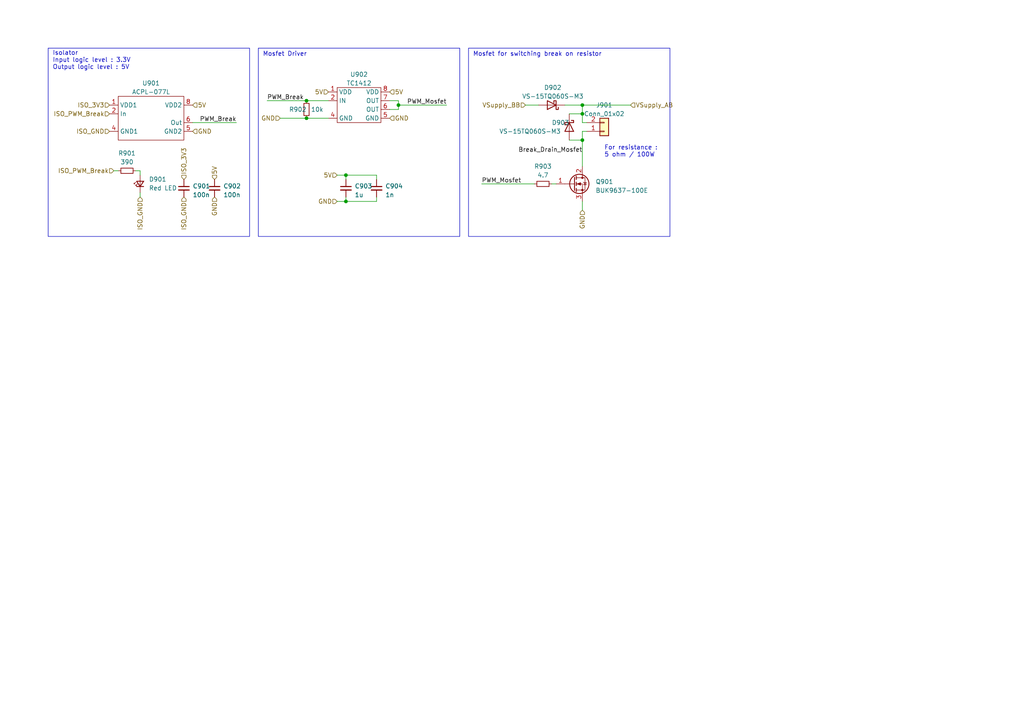
<source format=kicad_sch>
(kicad_sch
	(version 20231120)
	(generator "eeschema")
	(generator_version "8.0")
	(uuid "4bec0ab1-24a8-40f7-a7d0-06d790f19a46")
	(paper "A4")
	(title_block
		(title "AAP Inverter")
		(date "2023-05-01")
		(company "ENSEA")
	)
	(lib_symbols
		(symbol "Connector_Generic:Conn_01x02"
			(pin_names
				(offset 1.016) hide)
			(exclude_from_sim no)
			(in_bom yes)
			(on_board yes)
			(property "Reference" "J"
				(at 0 2.54 0)
				(effects
					(font
						(size 1.27 1.27)
					)
				)
			)
			(property "Value" "Conn_01x02"
				(at 0 -5.08 0)
				(effects
					(font
						(size 1.27 1.27)
					)
				)
			)
			(property "Footprint" ""
				(at 0 0 0)
				(effects
					(font
						(size 1.27 1.27)
					)
					(hide yes)
				)
			)
			(property "Datasheet" "~"
				(at 0 0 0)
				(effects
					(font
						(size 1.27 1.27)
					)
					(hide yes)
				)
			)
			(property "Description" "Generic connector, single row, 01x02, script generated (kicad-library-utils/schlib/autogen/connector/)"
				(at 0 0 0)
				(effects
					(font
						(size 1.27 1.27)
					)
					(hide yes)
				)
			)
			(property "ki_keywords" "connector"
				(at 0 0 0)
				(effects
					(font
						(size 1.27 1.27)
					)
					(hide yes)
				)
			)
			(property "ki_fp_filters" "Connector*:*_1x??_*"
				(at 0 0 0)
				(effects
					(font
						(size 1.27 1.27)
					)
					(hide yes)
				)
			)
			(symbol "Conn_01x02_1_1"
				(rectangle
					(start -1.27 -2.413)
					(end 0 -2.667)
					(stroke
						(width 0.1524)
						(type default)
					)
					(fill
						(type none)
					)
				)
				(rectangle
					(start -1.27 0.127)
					(end 0 -0.127)
					(stroke
						(width 0.1524)
						(type default)
					)
					(fill
						(type none)
					)
				)
				(rectangle
					(start -1.27 1.27)
					(end 1.27 -3.81)
					(stroke
						(width 0.254)
						(type default)
					)
					(fill
						(type background)
					)
				)
				(pin passive line
					(at -5.08 0 0)
					(length 3.81)
					(name "Pin_1"
						(effects
							(font
								(size 1.27 1.27)
							)
						)
					)
					(number "1"
						(effects
							(font
								(size 1.27 1.27)
							)
						)
					)
				)
				(pin passive line
					(at -5.08 -2.54 0)
					(length 3.81)
					(name "Pin_2"
						(effects
							(font
								(size 1.27 1.27)
							)
						)
					)
					(number "2"
						(effects
							(font
								(size 1.27 1.27)
							)
						)
					)
				)
			)
		)
		(symbol "Custom:ACPL-077L"
			(exclude_from_sim no)
			(in_bom yes)
			(on_board yes)
			(property "Reference" "U"
				(at 6.35 -7.62 0)
				(effects
					(font
						(size 1.27 1.27)
					)
				)
			)
			(property "Value" "ACPL-077L"
				(at 0 7.62 0)
				(effects
					(font
						(size 1.27 1.27)
					)
				)
			)
			(property "Footprint" "Package_SO:SO-8_3.9x4.9mm_P1.27mm"
				(at -2.54 -15.24 0)
				(effects
					(font
						(size 1.27 1.27)
					)
					(hide yes)
				)
			)
			(property "Datasheet" ""
				(at -6.35 3.81 0)
				(effects
					(font
						(size 1.27 1.27)
					)
					(hide yes)
				)
			)
			(property "Description" ""
				(at 0 0 0)
				(effects
					(font
						(size 1.27 1.27)
					)
					(hide yes)
				)
			)
			(symbol "ACPL-077L_0_1"
				(rectangle
					(start -10.16 6.35)
					(end 8.89 -6.35)
					(stroke
						(width 0)
						(type default)
					)
					(fill
						(type none)
					)
				)
			)
			(symbol "ACPL-077L_1_1"
				(pin power_in line
					(at -12.7 3.81 0)
					(length 2.54)
					(name "VDD1"
						(effects
							(font
								(size 1.27 1.27)
							)
						)
					)
					(number "1"
						(effects
							(font
								(size 1.27 1.27)
							)
						)
					)
				)
				(pin input line
					(at -12.7 1.27 0)
					(length 2.54)
					(name "In"
						(effects
							(font
								(size 1.27 1.27)
							)
						)
					)
					(number "2"
						(effects
							(font
								(size 1.27 1.27)
							)
						)
					)
				)
				(pin no_connect line
					(at -12.7 -1.27 0)
					(length 2.54) hide
					(name "NC"
						(effects
							(font
								(size 1.27 1.27)
							)
						)
					)
					(number "3"
						(effects
							(font
								(size 1.27 1.27)
							)
						)
					)
				)
				(pin power_in line
					(at -12.7 -3.81 0)
					(length 2.54)
					(name "GND1"
						(effects
							(font
								(size 1.27 1.27)
							)
						)
					)
					(number "4"
						(effects
							(font
								(size 1.27 1.27)
							)
						)
					)
				)
				(pin power_in line
					(at 11.43 -3.81 180)
					(length 2.54)
					(name "GND2"
						(effects
							(font
								(size 1.27 1.27)
							)
						)
					)
					(number "5"
						(effects
							(font
								(size 1.27 1.27)
							)
						)
					)
				)
				(pin output line
					(at 11.43 -1.27 180)
					(length 2.54)
					(name "Out"
						(effects
							(font
								(size 1.27 1.27)
							)
						)
					)
					(number "6"
						(effects
							(font
								(size 1.27 1.27)
							)
						)
					)
				)
				(pin no_connect line
					(at 11.43 1.27 180)
					(length 2.54) hide
					(name "NC"
						(effects
							(font
								(size 1.27 1.27)
							)
						)
					)
					(number "7"
						(effects
							(font
								(size 1.27 1.27)
							)
						)
					)
				)
				(pin power_in line
					(at 11.43 3.81 180)
					(length 2.54)
					(name "VDD2"
						(effects
							(font
								(size 1.27 1.27)
							)
						)
					)
					(number "8"
						(effects
							(font
								(size 1.27 1.27)
							)
						)
					)
				)
			)
		)
		(symbol "Custom:TC1412"
			(exclude_from_sim no)
			(in_bom yes)
			(on_board yes)
			(property "Reference" "U"
				(at 3.81 -6.35 0)
				(effects
					(font
						(size 1.27 1.27)
					)
				)
			)
			(property "Value" "TC1412"
				(at 0 6.35 0)
				(effects
					(font
						(size 1.27 1.27)
					)
				)
			)
			(property "Footprint" ""
				(at -5.08 3.81 0)
				(effects
					(font
						(size 1.27 1.27)
					)
					(hide yes)
				)
			)
			(property "Datasheet" ""
				(at -5.08 3.81 0)
				(effects
					(font
						(size 1.27 1.27)
					)
					(hide yes)
				)
			)
			(property "Description" ""
				(at 0 0 0)
				(effects
					(font
						(size 1.27 1.27)
					)
					(hide yes)
				)
			)
			(symbol "TC1412_0_1"
				(rectangle
					(start -6.35 5.08)
					(end 6.35 -5.08)
					(stroke
						(width 0)
						(type default)
					)
					(fill
						(type none)
					)
				)
			)
			(symbol "TC1412_1_1"
				(pin power_in line
					(at -8.89 3.81 0)
					(length 2.54)
					(name "VDD"
						(effects
							(font
								(size 1.27 1.27)
							)
						)
					)
					(number "1"
						(effects
							(font
								(size 1.27 1.27)
							)
						)
					)
				)
				(pin input line
					(at -8.89 1.27 0)
					(length 2.54)
					(name "IN"
						(effects
							(font
								(size 1.27 1.27)
							)
						)
					)
					(number "2"
						(effects
							(font
								(size 1.27 1.27)
							)
						)
					)
				)
				(pin no_connect line
					(at -8.89 -1.27 0)
					(length 2.54) hide
					(name "NC"
						(effects
							(font
								(size 1.27 1.27)
							)
						)
					)
					(number "3"
						(effects
							(font
								(size 1.27 1.27)
							)
						)
					)
				)
				(pin power_in line
					(at -8.89 -3.81 0)
					(length 2.54)
					(name "GND"
						(effects
							(font
								(size 1.27 1.27)
							)
						)
					)
					(number "4"
						(effects
							(font
								(size 1.27 1.27)
							)
						)
					)
				)
				(pin power_in line
					(at 8.89 -3.81 180)
					(length 2.54)
					(name "GND"
						(effects
							(font
								(size 1.27 1.27)
							)
						)
					)
					(number "5"
						(effects
							(font
								(size 1.27 1.27)
							)
						)
					)
				)
				(pin passive line
					(at 8.89 -1.27 180)
					(length 2.54)
					(name "OUT"
						(effects
							(font
								(size 1.27 1.27)
							)
						)
					)
					(number "6"
						(effects
							(font
								(size 1.27 1.27)
							)
						)
					)
				)
				(pin passive line
					(at 8.89 1.27 180)
					(length 2.54)
					(name "OUT"
						(effects
							(font
								(size 1.27 1.27)
							)
						)
					)
					(number "7"
						(effects
							(font
								(size 1.27 1.27)
							)
						)
					)
				)
				(pin power_in line
					(at 8.89 3.81 180)
					(length 2.54)
					(name "VDD"
						(effects
							(font
								(size 1.27 1.27)
							)
						)
					)
					(number "8"
						(effects
							(font
								(size 1.27 1.27)
							)
						)
					)
				)
			)
		)
		(symbol "Device:C_Small"
			(pin_numbers hide)
			(pin_names
				(offset 0.254) hide)
			(exclude_from_sim no)
			(in_bom yes)
			(on_board yes)
			(property "Reference" "C"
				(at 0.254 1.778 0)
				(effects
					(font
						(size 1.27 1.27)
					)
					(justify left)
				)
			)
			(property "Value" "C_Small"
				(at 0.254 -2.032 0)
				(effects
					(font
						(size 1.27 1.27)
					)
					(justify left)
				)
			)
			(property "Footprint" ""
				(at 0 0 0)
				(effects
					(font
						(size 1.27 1.27)
					)
					(hide yes)
				)
			)
			(property "Datasheet" "~"
				(at 0 0 0)
				(effects
					(font
						(size 1.27 1.27)
					)
					(hide yes)
				)
			)
			(property "Description" "Unpolarized capacitor, small symbol"
				(at 0 0 0)
				(effects
					(font
						(size 1.27 1.27)
					)
					(hide yes)
				)
			)
			(property "ki_keywords" "capacitor cap"
				(at 0 0 0)
				(effects
					(font
						(size 1.27 1.27)
					)
					(hide yes)
				)
			)
			(property "ki_fp_filters" "C_*"
				(at 0 0 0)
				(effects
					(font
						(size 1.27 1.27)
					)
					(hide yes)
				)
			)
			(symbol "C_Small_0_1"
				(polyline
					(pts
						(xy -1.524 -0.508) (xy 1.524 -0.508)
					)
					(stroke
						(width 0.3302)
						(type default)
					)
					(fill
						(type none)
					)
				)
				(polyline
					(pts
						(xy -1.524 0.508) (xy 1.524 0.508)
					)
					(stroke
						(width 0.3048)
						(type default)
					)
					(fill
						(type none)
					)
				)
			)
			(symbol "C_Small_1_1"
				(pin passive line
					(at 0 2.54 270)
					(length 2.032)
					(name "~"
						(effects
							(font
								(size 1.27 1.27)
							)
						)
					)
					(number "1"
						(effects
							(font
								(size 1.27 1.27)
							)
						)
					)
				)
				(pin passive line
					(at 0 -2.54 90)
					(length 2.032)
					(name "~"
						(effects
							(font
								(size 1.27 1.27)
							)
						)
					)
					(number "2"
						(effects
							(font
								(size 1.27 1.27)
							)
						)
					)
				)
			)
		)
		(symbol "Device:D_Schottky"
			(pin_numbers hide)
			(pin_names
				(offset 1.016) hide)
			(exclude_from_sim no)
			(in_bom yes)
			(on_board yes)
			(property "Reference" "D902"
				(at -0.3175 -5.08 0)
				(effects
					(font
						(size 1.27 1.27)
					)
				)
			)
			(property "Value" "VS-15TQ060S-M3"
				(at -0.3175 -2.54 0)
				(effects
					(font
						(size 1.27 1.27)
					)
				)
			)
			(property "Footprint" ""
				(at 0 0 0)
				(effects
					(font
						(size 1.27 1.27)
					)
					(hide yes)
				)
			)
			(property "Datasheet" "~"
				(at 0 0 0)
				(effects
					(font
						(size 1.27 1.27)
					)
					(hide yes)
				)
			)
			(property "Description" "Schottky diode"
				(at 0 0 0)
				(effects
					(font
						(size 1.27 1.27)
					)
					(hide yes)
				)
			)
			(property "ki_keywords" "diode Schottky"
				(at 0 0 0)
				(effects
					(font
						(size 1.27 1.27)
					)
					(hide yes)
				)
			)
			(property "ki_fp_filters" "TO-???* *_Diode_* *SingleDiode* D_*"
				(at 0 0 0)
				(effects
					(font
						(size 1.27 1.27)
					)
					(hide yes)
				)
			)
			(symbol "D_Schottky_0_1"
				(polyline
					(pts
						(xy 1.27 0) (xy -1.27 0)
					)
					(stroke
						(width 0)
						(type default)
					)
					(fill
						(type none)
					)
				)
				(polyline
					(pts
						(xy 1.27 1.27) (xy 1.27 -1.27) (xy -1.27 0) (xy 1.27 1.27)
					)
					(stroke
						(width 0.254)
						(type default)
					)
					(fill
						(type none)
					)
				)
				(polyline
					(pts
						(xy -1.905 0.635) (xy -1.905 1.27) (xy -1.27 1.27) (xy -1.27 -1.27) (xy -0.635 -1.27) (xy -0.635 -0.635)
					)
					(stroke
						(width 0.254)
						(type default)
					)
					(fill
						(type none)
					)
				)
			)
			(symbol "D_Schottky_1_1"
				(pin passive line
					(at -3.81 0 0)
					(length 2.54)
					(name "K"
						(effects
							(font
								(size 1.27 1.27)
							)
						)
					)
					(number "2"
						(effects
							(font
								(size 1.27 1.27)
							)
						)
					)
				)
				(pin passive line
					(at 3.81 0 180)
					(length 2.54)
					(name "A"
						(effects
							(font
								(size 1.27 1.27)
							)
						)
					)
					(number "3"
						(effects
							(font
								(size 1.27 1.27)
							)
						)
					)
				)
			)
		)
		(symbol "Device:LED_Small"
			(pin_numbers hide)
			(pin_names
				(offset 0.254) hide)
			(exclude_from_sim no)
			(in_bom yes)
			(on_board yes)
			(property "Reference" "D"
				(at -1.27 3.175 0)
				(effects
					(font
						(size 1.27 1.27)
					)
					(justify left)
				)
			)
			(property "Value" "LED_Small"
				(at -4.445 -2.54 0)
				(effects
					(font
						(size 1.27 1.27)
					)
					(justify left)
				)
			)
			(property "Footprint" ""
				(at 0 0 90)
				(effects
					(font
						(size 1.27 1.27)
					)
					(hide yes)
				)
			)
			(property "Datasheet" "~"
				(at 0 0 90)
				(effects
					(font
						(size 1.27 1.27)
					)
					(hide yes)
				)
			)
			(property "Description" "Light emitting diode, small symbol"
				(at 0 0 0)
				(effects
					(font
						(size 1.27 1.27)
					)
					(hide yes)
				)
			)
			(property "ki_keywords" "LED diode light-emitting-diode"
				(at 0 0 0)
				(effects
					(font
						(size 1.27 1.27)
					)
					(hide yes)
				)
			)
			(property "ki_fp_filters" "LED* LED_SMD:* LED_THT:*"
				(at 0 0 0)
				(effects
					(font
						(size 1.27 1.27)
					)
					(hide yes)
				)
			)
			(symbol "LED_Small_0_1"
				(polyline
					(pts
						(xy -0.762 -1.016) (xy -0.762 1.016)
					)
					(stroke
						(width 0.254)
						(type default)
					)
					(fill
						(type none)
					)
				)
				(polyline
					(pts
						(xy 1.016 0) (xy -0.762 0)
					)
					(stroke
						(width 0)
						(type default)
					)
					(fill
						(type none)
					)
				)
				(polyline
					(pts
						(xy 0.762 -1.016) (xy -0.762 0) (xy 0.762 1.016) (xy 0.762 -1.016)
					)
					(stroke
						(width 0.254)
						(type default)
					)
					(fill
						(type none)
					)
				)
				(polyline
					(pts
						(xy 0 0.762) (xy -0.508 1.27) (xy -0.254 1.27) (xy -0.508 1.27) (xy -0.508 1.016)
					)
					(stroke
						(width 0)
						(type default)
					)
					(fill
						(type none)
					)
				)
				(polyline
					(pts
						(xy 0.508 1.27) (xy 0 1.778) (xy 0.254 1.778) (xy 0 1.778) (xy 0 1.524)
					)
					(stroke
						(width 0)
						(type default)
					)
					(fill
						(type none)
					)
				)
			)
			(symbol "LED_Small_1_1"
				(pin passive line
					(at -2.54 0 0)
					(length 1.778)
					(name "K"
						(effects
							(font
								(size 1.27 1.27)
							)
						)
					)
					(number "1"
						(effects
							(font
								(size 1.27 1.27)
							)
						)
					)
				)
				(pin passive line
					(at 2.54 0 180)
					(length 1.778)
					(name "A"
						(effects
							(font
								(size 1.27 1.27)
							)
						)
					)
					(number "2"
						(effects
							(font
								(size 1.27 1.27)
							)
						)
					)
				)
			)
		)
		(symbol "Device:R_Small"
			(pin_numbers hide)
			(pin_names
				(offset 0.254) hide)
			(exclude_from_sim no)
			(in_bom yes)
			(on_board yes)
			(property "Reference" "R"
				(at 0.762 0.508 0)
				(effects
					(font
						(size 1.27 1.27)
					)
					(justify left)
				)
			)
			(property "Value" "R_Small"
				(at 0.762 -1.016 0)
				(effects
					(font
						(size 1.27 1.27)
					)
					(justify left)
				)
			)
			(property "Footprint" ""
				(at 0 0 0)
				(effects
					(font
						(size 1.27 1.27)
					)
					(hide yes)
				)
			)
			(property "Datasheet" "~"
				(at 0 0 0)
				(effects
					(font
						(size 1.27 1.27)
					)
					(hide yes)
				)
			)
			(property "Description" "Resistor, small symbol"
				(at 0 0 0)
				(effects
					(font
						(size 1.27 1.27)
					)
					(hide yes)
				)
			)
			(property "ki_keywords" "R resistor"
				(at 0 0 0)
				(effects
					(font
						(size 1.27 1.27)
					)
					(hide yes)
				)
			)
			(property "ki_fp_filters" "R_*"
				(at 0 0 0)
				(effects
					(font
						(size 1.27 1.27)
					)
					(hide yes)
				)
			)
			(symbol "R_Small_0_1"
				(rectangle
					(start -0.762 1.778)
					(end 0.762 -1.778)
					(stroke
						(width 0.2032)
						(type default)
					)
					(fill
						(type none)
					)
				)
			)
			(symbol "R_Small_1_1"
				(pin passive line
					(at 0 2.54 270)
					(length 0.762)
					(name "~"
						(effects
							(font
								(size 1.27 1.27)
							)
						)
					)
					(number "1"
						(effects
							(font
								(size 1.27 1.27)
							)
						)
					)
				)
				(pin passive line
					(at 0 -2.54 90)
					(length 0.762)
					(name "~"
						(effects
							(font
								(size 1.27 1.27)
							)
						)
					)
					(number "2"
						(effects
							(font
								(size 1.27 1.27)
							)
						)
					)
				)
			)
		)
		(symbol "Transistor_FET:IRFS4229"
			(pin_names hide)
			(exclude_from_sim no)
			(in_bom yes)
			(on_board yes)
			(property "Reference" "Q"
				(at 5.08 1.905 0)
				(effects
					(font
						(size 1.27 1.27)
					)
					(justify left)
				)
			)
			(property "Value" "IRFS4229"
				(at 5.08 0 0)
				(effects
					(font
						(size 1.27 1.27)
					)
					(justify left)
				)
			)
			(property "Footprint" "Package_TO_SOT_SMD:TO-263-2"
				(at 5.08 -1.905 0)
				(effects
					(font
						(size 1.27 1.27)
						(italic yes)
					)
					(justify left)
					(hide yes)
				)
			)
			(property "Datasheet" "https://www.infineon.com/dgdl/irfs4229pbf.pdf?fileId=5546d462533600a401535639fdc421a1"
				(at 0 0 0)
				(effects
					(font
						(size 1.27 1.27)
					)
					(justify left)
					(hide yes)
				)
			)
			(property "Description" "91A Id, 250V Vds, 42mOhm Rds, N-Channel MOSFET, D2PAK"
				(at 0 0 0)
				(effects
					(font
						(size 1.27 1.27)
					)
					(hide yes)
				)
			)
			(property "ki_keywords" "N-Channel MOSFET"
				(at 0 0 0)
				(effects
					(font
						(size 1.27 1.27)
					)
					(hide yes)
				)
			)
			(property "ki_fp_filters" "TO?263*"
				(at 0 0 0)
				(effects
					(font
						(size 1.27 1.27)
					)
					(hide yes)
				)
			)
			(symbol "IRFS4229_0_1"
				(polyline
					(pts
						(xy 0.254 0) (xy -2.54 0)
					)
					(stroke
						(width 0)
						(type default)
					)
					(fill
						(type none)
					)
				)
				(polyline
					(pts
						(xy 0.254 1.905) (xy 0.254 -1.905)
					)
					(stroke
						(width 0.254)
						(type default)
					)
					(fill
						(type none)
					)
				)
				(polyline
					(pts
						(xy 0.762 -1.27) (xy 0.762 -2.286)
					)
					(stroke
						(width 0.254)
						(type default)
					)
					(fill
						(type none)
					)
				)
				(polyline
					(pts
						(xy 0.762 0.508) (xy 0.762 -0.508)
					)
					(stroke
						(width 0.254)
						(type default)
					)
					(fill
						(type none)
					)
				)
				(polyline
					(pts
						(xy 0.762 2.286) (xy 0.762 1.27)
					)
					(stroke
						(width 0.254)
						(type default)
					)
					(fill
						(type none)
					)
				)
				(polyline
					(pts
						(xy 2.54 2.54) (xy 2.54 1.778)
					)
					(stroke
						(width 0)
						(type default)
					)
					(fill
						(type none)
					)
				)
				(polyline
					(pts
						(xy 2.54 -2.54) (xy 2.54 0) (xy 0.762 0)
					)
					(stroke
						(width 0)
						(type default)
					)
					(fill
						(type none)
					)
				)
				(polyline
					(pts
						(xy 0.762 -1.778) (xy 3.302 -1.778) (xy 3.302 1.778) (xy 0.762 1.778)
					)
					(stroke
						(width 0)
						(type default)
					)
					(fill
						(type none)
					)
				)
				(polyline
					(pts
						(xy 1.016 0) (xy 2.032 0.381) (xy 2.032 -0.381) (xy 1.016 0)
					)
					(stroke
						(width 0)
						(type default)
					)
					(fill
						(type outline)
					)
				)
				(polyline
					(pts
						(xy 2.794 0.508) (xy 2.921 0.381) (xy 3.683 0.381) (xy 3.81 0.254)
					)
					(stroke
						(width 0)
						(type default)
					)
					(fill
						(type none)
					)
				)
				(polyline
					(pts
						(xy 3.302 0.381) (xy 2.921 -0.254) (xy 3.683 -0.254) (xy 3.302 0.381)
					)
					(stroke
						(width 0)
						(type default)
					)
					(fill
						(type none)
					)
				)
				(circle
					(center 1.651 0)
					(radius 2.794)
					(stroke
						(width 0.254)
						(type default)
					)
					(fill
						(type none)
					)
				)
				(circle
					(center 2.54 -1.778)
					(radius 0.254)
					(stroke
						(width 0)
						(type default)
					)
					(fill
						(type outline)
					)
				)
				(circle
					(center 2.54 1.778)
					(radius 0.254)
					(stroke
						(width 0)
						(type default)
					)
					(fill
						(type outline)
					)
				)
			)
			(symbol "IRFS4229_1_1"
				(pin passive line
					(at -5.08 0 0)
					(length 2.54)
					(name "G"
						(effects
							(font
								(size 1.27 1.27)
							)
						)
					)
					(number "1"
						(effects
							(font
								(size 1.27 1.27)
							)
						)
					)
				)
				(pin passive line
					(at 2.54 5.08 270)
					(length 2.54)
					(name "D"
						(effects
							(font
								(size 1.27 1.27)
							)
						)
					)
					(number "2"
						(effects
							(font
								(size 1.27 1.27)
							)
						)
					)
				)
				(pin passive line
					(at 2.54 -5.08 90)
					(length 2.54)
					(name "S"
						(effects
							(font
								(size 1.27 1.27)
							)
						)
					)
					(number "3"
						(effects
							(font
								(size 1.27 1.27)
							)
						)
					)
				)
			)
		)
	)
	(junction
		(at 115.57 30.48)
		(diameter 0)
		(color 0 0 0 0)
		(uuid "06ebe399-8bcc-47e1-ac9e-2b93832b4d7b")
	)
	(junction
		(at 168.91 33.02)
		(diameter 0)
		(color 0 0 0 0)
		(uuid "0ce936ce-338e-40f2-80f5-15fc0443a0e4")
	)
	(junction
		(at 168.91 40.64)
		(diameter 0)
		(color 0 0 0 0)
		(uuid "14332c8c-55be-4b50-8514-185f02ac6568")
	)
	(junction
		(at 88.9 29.21)
		(diameter 0)
		(color 0 0 0 0)
		(uuid "2ef37133-c948-467d-9204-6f9c9a13263d")
	)
	(junction
		(at 100.33 58.42)
		(diameter 0)
		(color 0 0 0 0)
		(uuid "55e8ad0b-9066-46eb-a9ff-3f635a52a330")
	)
	(junction
		(at 168.91 30.48)
		(diameter 0)
		(color 0 0 0 0)
		(uuid "8e2fb06d-2c7f-4362-bcff-58695de68ed7")
	)
	(junction
		(at 88.9 34.29)
		(diameter 0)
		(color 0 0 0 0)
		(uuid "b0ff60de-7498-48bb-912c-15ba9800e201")
	)
	(junction
		(at 100.33 50.8)
		(diameter 0)
		(color 0 0 0 0)
		(uuid "de53953b-1708-4751-9876-86282b3e21ee")
	)
	(wire
		(pts
			(xy 115.57 29.21) (xy 115.57 30.48)
		)
		(stroke
			(width 0)
			(type default)
		)
		(uuid "0ac11a0c-a011-4b6d-95fc-091da0fb4277")
	)
	(wire
		(pts
			(xy 170.18 35.56) (xy 168.91 35.56)
		)
		(stroke
			(width 0)
			(type default)
		)
		(uuid "15c111b9-e092-49ea-ae8d-bcf64d2c3c8a")
	)
	(wire
		(pts
			(xy 163.83 30.48) (xy 168.91 30.48)
		)
		(stroke
			(width 0)
			(type default)
		)
		(uuid "1ae5fff2-ad58-4a86-acaa-63a6abdd801f")
	)
	(wire
		(pts
			(xy 100.33 50.8) (xy 109.22 50.8)
		)
		(stroke
			(width 0)
			(type default)
		)
		(uuid "1e08c457-1abf-4878-81b4-c378512ef267")
	)
	(wire
		(pts
			(xy 81.28 34.29) (xy 88.9 34.29)
		)
		(stroke
			(width 0)
			(type default)
		)
		(uuid "291b69b1-1ccd-467b-95c5-55f7e2579fbf")
	)
	(wire
		(pts
			(xy 168.91 38.1) (xy 168.91 40.64)
		)
		(stroke
			(width 0)
			(type default)
		)
		(uuid "29afdc0b-7837-4beb-8b15-eec18ffa434a")
	)
	(wire
		(pts
			(xy 115.57 30.48) (xy 129.54 30.48)
		)
		(stroke
			(width 0)
			(type default)
		)
		(uuid "2c009cb5-be72-4713-9f2b-efbd574a0784")
	)
	(wire
		(pts
			(xy 152.4 30.48) (xy 156.21 30.48)
		)
		(stroke
			(width 0)
			(type default)
		)
		(uuid "31943c94-9c2a-4369-96c6-998cbc71758e")
	)
	(wire
		(pts
			(xy 97.79 50.8) (xy 100.33 50.8)
		)
		(stroke
			(width 0)
			(type default)
		)
		(uuid "329facca-c0eb-471c-9f47-1ff996ac75d1")
	)
	(wire
		(pts
			(xy 88.9 34.29) (xy 95.25 34.29)
		)
		(stroke
			(width 0)
			(type default)
		)
		(uuid "3a1ab9fe-4841-48cd-8084-8f70ac86102c")
	)
	(wire
		(pts
			(xy 165.1 33.02) (xy 168.91 33.02)
		)
		(stroke
			(width 0)
			(type default)
		)
		(uuid "569174c0-947f-4aa5-9e51-0832819ee3a0")
	)
	(wire
		(pts
			(xy 115.57 30.48) (xy 115.57 31.75)
		)
		(stroke
			(width 0)
			(type default)
		)
		(uuid "57bb267a-b8a1-4124-b63a-4a136f05c7e3")
	)
	(wire
		(pts
			(xy 168.91 40.64) (xy 168.91 48.26)
		)
		(stroke
			(width 0)
			(type default)
		)
		(uuid "5922018d-c0c3-410b-b301-6636e1f0d045")
	)
	(wire
		(pts
			(xy 109.22 58.42) (xy 109.22 57.15)
		)
		(stroke
			(width 0)
			(type default)
		)
		(uuid "5d7ba101-3704-4c3d-bc2a-e685da23f862")
	)
	(wire
		(pts
			(xy 40.64 50.8) (xy 40.64 49.53)
		)
		(stroke
			(width 0)
			(type default)
		)
		(uuid "6c5e9d4b-c68e-4b5e-8082-0863702c5ccd")
	)
	(wire
		(pts
			(xy 55.88 35.56) (xy 68.58 35.56)
		)
		(stroke
			(width 0)
			(type default)
		)
		(uuid "6d4ce889-97ee-438c-ba3a-36bcd6f71080")
	)
	(wire
		(pts
			(xy 100.33 57.15) (xy 100.33 58.42)
		)
		(stroke
			(width 0)
			(type default)
		)
		(uuid "8869cb21-3241-4a45-89e2-72e1098c3c9c")
	)
	(wire
		(pts
			(xy 168.91 33.02) (xy 168.91 35.56)
		)
		(stroke
			(width 0)
			(type default)
		)
		(uuid "91c63673-3a96-4373-b4d9-e33611833a24")
	)
	(wire
		(pts
			(xy 40.64 55.88) (xy 40.64 57.15)
		)
		(stroke
			(width 0)
			(type default)
		)
		(uuid "9e01cbc0-2b3f-4493-b471-318a1bf6b2ef")
	)
	(wire
		(pts
			(xy 100.33 50.8) (xy 100.33 52.07)
		)
		(stroke
			(width 0)
			(type default)
		)
		(uuid "aaf97b70-c268-4be7-9f9e-dba237cc765f")
	)
	(wire
		(pts
			(xy 100.33 58.42) (xy 109.22 58.42)
		)
		(stroke
			(width 0)
			(type default)
		)
		(uuid "b8340dfc-cafb-4ac2-a6ee-53d9a4102b91")
	)
	(wire
		(pts
			(xy 168.91 30.48) (xy 168.91 33.02)
		)
		(stroke
			(width 0)
			(type default)
		)
		(uuid "b944528e-2e54-4b61-b6bd-0a06db519240")
	)
	(wire
		(pts
			(xy 77.47 29.21) (xy 88.9 29.21)
		)
		(stroke
			(width 0)
			(type default)
		)
		(uuid "bac82898-8cfd-4ec9-9dc9-d82b9d716e18")
	)
	(wire
		(pts
			(xy 33.02 49.53) (xy 34.29 49.53)
		)
		(stroke
			(width 0)
			(type default)
		)
		(uuid "c164ac48-d1f1-4d40-b104-3016d06684d2")
	)
	(wire
		(pts
			(xy 160.02 53.34) (xy 161.29 53.34)
		)
		(stroke
			(width 0)
			(type default)
		)
		(uuid "c6d62ec6-28e9-443c-ab82-3f258e27153b")
	)
	(wire
		(pts
			(xy 168.91 30.48) (xy 182.88 30.48)
		)
		(stroke
			(width 0)
			(type default)
		)
		(uuid "cc7cc93b-02be-4fe4-9a70-d554ad11f104")
	)
	(wire
		(pts
			(xy 88.9 29.21) (xy 95.25 29.21)
		)
		(stroke
			(width 0)
			(type default)
		)
		(uuid "d9f43657-4ef2-4f7d-b0dc-af504d348eb7")
	)
	(wire
		(pts
			(xy 165.1 40.64) (xy 168.91 40.64)
		)
		(stroke
			(width 0)
			(type default)
		)
		(uuid "da0af2c5-05f4-4061-af48-dc9bf3df098b")
	)
	(wire
		(pts
			(xy 168.91 58.42) (xy 168.91 60.96)
		)
		(stroke
			(width 0)
			(type default)
		)
		(uuid "ddf882ec-56f3-491c-b98b-a514c3b46661")
	)
	(wire
		(pts
			(xy 39.37 49.53) (xy 40.64 49.53)
		)
		(stroke
			(width 0)
			(type default)
		)
		(uuid "e087ad02-f408-4147-b58a-e718438895de")
	)
	(wire
		(pts
			(xy 170.18 38.1) (xy 168.91 38.1)
		)
		(stroke
			(width 0)
			(type default)
		)
		(uuid "e45b5794-3d3a-4c15-868b-2aff84092210")
	)
	(wire
		(pts
			(xy 113.03 31.75) (xy 115.57 31.75)
		)
		(stroke
			(width 0)
			(type default)
		)
		(uuid "ec13fa98-3838-4ce7-9c2e-d9c6bf3312c6")
	)
	(wire
		(pts
			(xy 97.79 58.42) (xy 100.33 58.42)
		)
		(stroke
			(width 0)
			(type default)
		)
		(uuid "f022b434-0dca-444f-a46f-ad8ed9862f3b")
	)
	(wire
		(pts
			(xy 139.7 53.34) (xy 154.94 53.34)
		)
		(stroke
			(width 0)
			(type default)
		)
		(uuid "f12e7c56-89ce-4d06-8469-15a421c173fc")
	)
	(wire
		(pts
			(xy 109.22 50.8) (xy 109.22 52.07)
		)
		(stroke
			(width 0)
			(type default)
		)
		(uuid "f72396d0-c966-4109-b33b-3412676ba95c")
	)
	(wire
		(pts
			(xy 113.03 29.21) (xy 115.57 29.21)
		)
		(stroke
			(width 0)
			(type default)
		)
		(uuid "fdd8f546-3a72-4831-8107-14bfd18f1d7d")
	)
	(rectangle
		(start 74.93 13.97)
		(end 133.35 68.58)
		(stroke
			(width 0)
			(type default)
		)
		(fill
			(type none)
		)
		(uuid 51dea578-4157-41b4-9e0b-5a9c49b1e72c)
	)
	(rectangle
		(start 13.97 13.97)
		(end 72.39 68.58)
		(stroke
			(width 0)
			(type default)
		)
		(fill
			(type none)
		)
		(uuid 704de76c-44ab-4ca6-aeb0-8a56e680fd49)
	)
	(rectangle
		(start 135.89 13.97)
		(end 194.31 68.58)
		(stroke
			(width 0)
			(type default)
		)
		(fill
			(type none)
		)
		(uuid a06c6940-c3ae-42a8-a7cc-7c6ccdd4c414)
	)
	(text "Isolator\nInput logic level : 3.3V\nOutput logic level : 5V"
		(exclude_from_sim no)
		(at 15.24 20.32 0)
		(effects
			(font
				(size 1.27 1.27)
			)
			(justify left bottom)
		)
		(uuid "05804135-2482-4f49-994f-146f36292ca6")
	)
	(text "For resistance :\n5 ohm / 100W"
		(exclude_from_sim no)
		(at 175.26 45.72 0)
		(effects
			(font
				(size 1.27 1.27)
			)
			(justify left bottom)
		)
		(uuid "3e5a6251-0c7e-40a9-b423-de917a91bd47")
	)
	(text "Mosfet for switching break on resistor"
		(exclude_from_sim no)
		(at 137.16 16.51 0)
		(effects
			(font
				(size 1.27 1.27)
			)
			(justify left bottom)
		)
		(uuid "d6910667-8e70-4f67-b775-670b2ea968ba")
	)
	(text "Mosfet Driver"
		(exclude_from_sim no)
		(at 76.2 16.51 0)
		(effects
			(font
				(size 1.27 1.27)
			)
			(justify left bottom)
		)
		(uuid "e98adf71-6b39-426a-b652-19748da05d41")
	)
	(label "PWM_Break"
		(at 68.58 35.56 180)
		(fields_autoplaced yes)
		(effects
			(font
				(size 1.27 1.27)
			)
			(justify right bottom)
		)
		(uuid "16c11526-5a83-4202-be33-57602be6a048")
	)
	(label "PWM_Mosfet"
		(at 139.7 53.34 0)
		(fields_autoplaced yes)
		(effects
			(font
				(size 1.27 1.27)
			)
			(justify left bottom)
		)
		(uuid "1fbf566b-e5f3-4a01-a04b-83e7f5f76236")
	)
	(label "PWM_Break"
		(at 77.47 29.21 0)
		(fields_autoplaced yes)
		(effects
			(font
				(size 1.27 1.27)
			)
			(justify left bottom)
		)
		(uuid "582c998b-03ce-4139-9e85-66412070a0ba")
	)
	(label "PWM_Mosfet"
		(at 129.54 30.48 180)
		(fields_autoplaced yes)
		(effects
			(font
				(size 1.27 1.27)
			)
			(justify right bottom)
		)
		(uuid "a471691e-a198-4760-9f44-440da295d616")
	)
	(label "Break_Drain_Mosfet"
		(at 168.91 44.45 180)
		(fields_autoplaced yes)
		(effects
			(font
				(size 1.27 1.27)
			)
			(justify right bottom)
		)
		(uuid "cb774a30-d28e-4dab-8356-a48371618757")
	)
	(hierarchical_label "ISO_3V3"
		(shape input)
		(at 31.75 30.48 180)
		(fields_autoplaced yes)
		(effects
			(font
				(size 1.27 1.27)
			)
			(justify right)
		)
		(uuid "0db619fd-81d4-4598-b6c1-610ac6899301")
	)
	(hierarchical_label "GND"
		(shape input)
		(at 62.23 57.15 270)
		(fields_autoplaced yes)
		(effects
			(font
				(size 1.27 1.27)
			)
			(justify right)
		)
		(uuid "2354aec8-6234-4c0e-9fa4-44262b320c6f")
	)
	(hierarchical_label "GND"
		(shape input)
		(at 113.03 34.29 0)
		(fields_autoplaced yes)
		(effects
			(font
				(size 1.27 1.27)
			)
			(justify left)
		)
		(uuid "29e80cb8-9fc9-4a73-b1dd-0527279b3164")
	)
	(hierarchical_label "5V"
		(shape input)
		(at 113.03 26.67 0)
		(fields_autoplaced yes)
		(effects
			(font
				(size 1.27 1.27)
			)
			(justify left)
		)
		(uuid "3eaa4847-e918-4e04-9d5c-1361ea19c8d8")
	)
	(hierarchical_label "5V"
		(shape input)
		(at 55.88 30.48 0)
		(fields_autoplaced yes)
		(effects
			(font
				(size 1.27 1.27)
			)
			(justify left)
		)
		(uuid "51336be4-59a5-4497-b7d6-7f488d3ed4de")
	)
	(hierarchical_label "GND"
		(shape input)
		(at 97.79 58.42 180)
		(fields_autoplaced yes)
		(effects
			(font
				(size 1.27 1.27)
			)
			(justify right)
		)
		(uuid "54f4f3d8-9517-449d-aa53-67104969138b")
	)
	(hierarchical_label "VSupply_AB"
		(shape input)
		(at 182.88 30.48 0)
		(fields_autoplaced yes)
		(effects
			(font
				(size 1.27 1.27)
			)
			(justify left)
		)
		(uuid "5a033774-202c-4a7f-9a3c-19ff0fac6637")
	)
	(hierarchical_label "GND"
		(shape input)
		(at 168.91 60.96 270)
		(fields_autoplaced yes)
		(effects
			(font
				(size 1.27 1.27)
			)
			(justify right)
		)
		(uuid "63a191c9-2143-4c05-b68a-b154ebc99376")
	)
	(hierarchical_label "5V"
		(shape input)
		(at 97.79 50.8 180)
		(fields_autoplaced yes)
		(effects
			(font
				(size 1.27 1.27)
			)
			(justify right)
		)
		(uuid "70f6eca2-f9ed-4f8d-aff6-0b9b501361a6")
	)
	(hierarchical_label "5V"
		(shape input)
		(at 62.23 52.07 90)
		(fields_autoplaced yes)
		(effects
			(font
				(size 1.27 1.27)
			)
			(justify left)
		)
		(uuid "890a081f-1754-4514-8632-26e014f5bd72")
	)
	(hierarchical_label "ISO_GND"
		(shape input)
		(at 40.64 57.15 270)
		(fields_autoplaced yes)
		(effects
			(font
				(size 1.27 1.27)
			)
			(justify right)
		)
		(uuid "957ad88d-e3be-4911-8c3e-0784b37c6bf6")
	)
	(hierarchical_label "ISO_PWM_Break"
		(shape input)
		(at 33.02 49.53 180)
		(fields_autoplaced yes)
		(effects
			(font
				(size 1.27 1.27)
			)
			(justify right)
		)
		(uuid "af0f167d-0fd2-4602-bd0f-9c3ac7df02f0")
	)
	(hierarchical_label "GND"
		(shape input)
		(at 81.28 34.29 180)
		(fields_autoplaced yes)
		(effects
			(font
				(size 1.27 1.27)
			)
			(justify right)
		)
		(uuid "b563f7e1-d93d-4b88-8382-497bf00ef88e")
	)
	(hierarchical_label "ISO_GND"
		(shape input)
		(at 31.75 38.1 180)
		(fields_autoplaced yes)
		(effects
			(font
				(size 1.27 1.27)
			)
			(justify right)
		)
		(uuid "b657f440-e08d-4637-b930-d051ec4776dc")
	)
	(hierarchical_label "GND"
		(shape input)
		(at 55.88 38.1 0)
		(fields_autoplaced yes)
		(effects
			(font
				(size 1.27 1.27)
			)
			(justify left)
		)
		(uuid "da111bd0-a6db-47e9-a567-96d2f56cc6fc")
	)
	(hierarchical_label "5V"
		(shape input)
		(at 95.25 26.67 180)
		(fields_autoplaced yes)
		(effects
			(font
				(size 1.27 1.27)
			)
			(justify right)
		)
		(uuid "da6ab9c2-cfde-462b-a606-beec861d02e2")
	)
	(hierarchical_label "ISO_3V3"
		(shape input)
		(at 53.34 52.07 90)
		(fields_autoplaced yes)
		(effects
			(font
				(size 1.27 1.27)
			)
			(justify left)
		)
		(uuid "e33d419e-eb7d-4c4a-a066-61980fa37a1f")
	)
	(hierarchical_label "ISO_GND"
		(shape input)
		(at 53.34 57.15 270)
		(fields_autoplaced yes)
		(effects
			(font
				(size 1.27 1.27)
			)
			(justify right)
		)
		(uuid "e7622b08-2194-43c9-bb1f-5d1eed2232cc")
	)
	(hierarchical_label "ISO_PWM_Break"
		(shape input)
		(at 31.75 33.02 180)
		(fields_autoplaced yes)
		(effects
			(font
				(size 1.27 1.27)
			)
			(justify right)
		)
		(uuid "f4badc89-7e21-4540-bebc-2f620b2b5682")
	)
	(hierarchical_label "VSupply_BB"
		(shape input)
		(at 152.4 30.48 180)
		(fields_autoplaced yes)
		(effects
			(font
				(size 1.27 1.27)
			)
			(justify right)
		)
		(uuid "fc76799a-5021-4b48-ade3-e0704a257654")
	)
	(symbol
		(lib_id "Custom:TC1412")
		(at 104.14 30.48 0)
		(unit 1)
		(exclude_from_sim no)
		(in_bom yes)
		(on_board yes)
		(dnp no)
		(fields_autoplaced yes)
		(uuid "1c528cea-5de0-4eb4-9dda-9d0cdeb2fc2a")
		(property "Reference" "U902"
			(at 104.14 21.59 0)
			(effects
				(font
					(size 1.27 1.27)
				)
			)
		)
		(property "Value" "TC1412"
			(at 104.14 24.13 0)
			(effects
				(font
					(size 1.27 1.27)
				)
			)
		)
		(property "Footprint" "Package_SO:SOIC-8_3.9x4.9mm_P1.27mm"
			(at 99.06 26.67 0)
			(effects
				(font
					(size 1.27 1.27)
				)
				(hide yes)
			)
		)
		(property "Datasheet" ""
			(at 99.06 26.67 0)
			(effects
				(font
					(size 1.27 1.27)
				)
				(hide yes)
			)
		)
		(property "Description" ""
			(at 104.14 30.48 0)
			(effects
				(font
					(size 1.27 1.27)
				)
				(hide yes)
			)
		)
		(property "Fournisseur" "RS"
			(at 104.14 30.48 0)
			(effects
				(font
					(size 1.27 1.27)
				)
				(hide yes)
			)
		)
		(property "MFR" "TC1412NEOA"
			(at 104.14 30.48 0)
			(effects
				(font
					(size 1.27 1.27)
				)
				(hide yes)
			)
		)
		(property "Ref" "1834898"
			(at 104.14 30.48 0)
			(effects
				(font
					(size 1.27 1.27)
				)
				(hide yes)
			)
		)
		(pin "1"
			(uuid "513a0d3e-65bf-4099-a732-7785bc60bf4b")
		)
		(pin "2"
			(uuid "33e2908e-7f95-4a4f-9198-a6ecbd2668e5")
		)
		(pin "3"
			(uuid "299597b0-6c8a-4d96-bc72-0169ed4b4d95")
		)
		(pin "4"
			(uuid "eff3d88c-d6ed-4190-a895-2b31acd76700")
		)
		(pin "5"
			(uuid "ef25a45b-eadc-4568-8a8c-d053542f1b8e")
		)
		(pin "6"
			(uuid "26b18a86-c9af-4e6a-bf92-e688e8dad40e")
		)
		(pin "7"
			(uuid "2cfa0171-912e-45bb-936f-449aff97b151")
		)
		(pin "8"
			(uuid "2370c1a6-9f3a-4200-8171-dddee7e03f28")
		)
		(instances
			(project "Inverter_KiCAD"
				(path "/5e6c1e3f-0815-454a-8acb-8e3e2d064875/63722f1b-78db-4d3b-ade4-7dd7cc6c956f"
					(reference "U902")
					(unit 1)
				)
			)
		)
	)
	(symbol
		(lib_id "Device:R_Small")
		(at 157.48 53.34 90)
		(unit 1)
		(exclude_from_sim no)
		(in_bom yes)
		(on_board yes)
		(dnp no)
		(fields_autoplaced yes)
		(uuid "1eb1c6ab-0742-4851-8e86-9b7de278febd")
		(property "Reference" "R903"
			(at 157.48 48.26 90)
			(effects
				(font
					(size 1.27 1.27)
				)
			)
		)
		(property "Value" "4.7"
			(at 157.48 50.8 90)
			(effects
				(font
					(size 1.27 1.27)
				)
			)
		)
		(property "Footprint" "Resistor_SMD:R_1206_3216Metric"
			(at 157.48 53.34 0)
			(effects
				(font
					(size 1.27 1.27)
				)
				(hide yes)
			)
		)
		(property "Datasheet" "~"
			(at 157.48 53.34 0)
			(effects
				(font
					(size 1.27 1.27)
				)
				(hide yes)
			)
		)
		(property "Description" ""
			(at 157.48 53.34 0)
			(effects
				(font
					(size 1.27 1.27)
				)
				(hide yes)
			)
		)
		(property "Fournisseur" "Stock"
			(at 157.48 53.34 0)
			(effects
				(font
					(size 1.27 1.27)
				)
				(hide yes)
			)
		)
		(pin "1"
			(uuid "ccc9718f-ecdd-4096-817a-9372df2c7eb4")
		)
		(pin "2"
			(uuid "73942c7e-7929-4553-a0a8-85a991a9c79b")
		)
		(instances
			(project "Inverter_KiCAD"
				(path "/5e6c1e3f-0815-454a-8acb-8e3e2d064875/63722f1b-78db-4d3b-ade4-7dd7cc6c956f"
					(reference "R903")
					(unit 1)
				)
			)
		)
	)
	(symbol
		(lib_id "Device:C_Small")
		(at 100.33 54.61 0)
		(unit 1)
		(exclude_from_sim no)
		(in_bom yes)
		(on_board yes)
		(dnp no)
		(fields_autoplaced yes)
		(uuid "3b7a7b0a-2166-4cc6-97df-85d04735a460")
		(property "Reference" "C903"
			(at 102.87 53.9813 0)
			(effects
				(font
					(size 1.27 1.27)
				)
				(justify left)
			)
		)
		(property "Value" "1u"
			(at 102.87 56.5213 0)
			(effects
				(font
					(size 1.27 1.27)
				)
				(justify left)
			)
		)
		(property "Footprint" "Capacitor_SMD:C_0402_1005Metric"
			(at 100.33 54.61 0)
			(effects
				(font
					(size 1.27 1.27)
				)
				(hide yes)
			)
		)
		(property "Datasheet" "~"
			(at 100.33 54.61 0)
			(effects
				(font
					(size 1.27 1.27)
				)
				(hide yes)
			)
		)
		(property "Description" ""
			(at 100.33 54.61 0)
			(effects
				(font
					(size 1.27 1.27)
				)
				(hide yes)
			)
		)
		(property "Fournisseur" "Wurth"
			(at 100.33 54.61 0)
			(effects
				(font
					(size 1.27 1.27)
				)
				(hide yes)
			)
		)
		(property "MFR" "885 012 105 012"
			(at 100.33 54.61 0)
			(effects
				(font
					(size 1.27 1.27)
				)
				(hide yes)
			)
		)
		(pin "1"
			(uuid "cffd3d19-37cd-41ca-86dc-59b8e8c50a9b")
		)
		(pin "2"
			(uuid "56863d69-e7b9-4591-a83e-7ef774abf343")
		)
		(instances
			(project "Inverter_KiCAD"
				(path "/5e6c1e3f-0815-454a-8acb-8e3e2d064875/63722f1b-78db-4d3b-ade4-7dd7cc6c956f"
					(reference "C903")
					(unit 1)
				)
			)
		)
	)
	(symbol
		(lib_id "Device:C_Small")
		(at 53.34 54.61 0)
		(unit 1)
		(exclude_from_sim no)
		(in_bom yes)
		(on_board yes)
		(dnp no)
		(fields_autoplaced yes)
		(uuid "3d8ce379-7c98-4d83-9a15-e8c890b47458")
		(property "Reference" "C901"
			(at 55.88 53.9813 0)
			(effects
				(font
					(size 1.27 1.27)
				)
				(justify left)
			)
		)
		(property "Value" "100n"
			(at 55.88 56.5213 0)
			(effects
				(font
					(size 1.27 1.27)
				)
				(justify left)
			)
		)
		(property "Footprint" "Capacitor_SMD:C_0402_1005Metric"
			(at 53.34 54.61 0)
			(effects
				(font
					(size 1.27 1.27)
				)
				(hide yes)
			)
		)
		(property "Datasheet" "~"
			(at 53.34 54.61 0)
			(effects
				(font
					(size 1.27 1.27)
				)
				(hide yes)
			)
		)
		(property "Description" ""
			(at 53.34 54.61 0)
			(effects
				(font
					(size 1.27 1.27)
				)
				(hide yes)
			)
		)
		(property "Fournisseur" "Wurth"
			(at 53.34 54.61 0)
			(effects
				(font
					(size 1.27 1.27)
				)
				(hide yes)
			)
		)
		(property "MFR" "885 012 105 018"
			(at 53.34 54.61 0)
			(effects
				(font
					(size 1.27 1.27)
				)
				(hide yes)
			)
		)
		(pin "1"
			(uuid "b984d768-3626-4a1d-8246-7f97438517f4")
		)
		(pin "2"
			(uuid "30a3ae97-21bd-4ab3-a960-2c4bb5353fef")
		)
		(instances
			(project "Inverter_KiCAD"
				(path "/5e6c1e3f-0815-454a-8acb-8e3e2d064875/63722f1b-78db-4d3b-ade4-7dd7cc6c956f"
					(reference "C901")
					(unit 1)
				)
			)
		)
	)
	(symbol
		(lib_id "Device:D_Schottky")
		(at 160.02 30.48 180)
		(unit 1)
		(exclude_from_sim no)
		(in_bom yes)
		(on_board yes)
		(dnp no)
		(fields_autoplaced yes)
		(uuid "51d11f51-e022-4318-a369-1685d66fb0c3")
		(property "Reference" "D902"
			(at 160.3375 25.4 0)
			(effects
				(font
					(size 1.27 1.27)
				)
			)
		)
		(property "Value" "VS-15TQ060S-M3"
			(at 160.3375 27.94 0)
			(effects
				(font
					(size 1.27 1.27)
				)
			)
		)
		(property "Footprint" "Package_TO_SOT_SMD:TO-263-2"
			(at 160.02 30.48 0)
			(effects
				(font
					(size 1.27 1.27)
				)
				(hide yes)
			)
		)
		(property "Datasheet" "https://www.vishay.com/docs/94927/vs-15tq060s-m3.pdf"
			(at 160.02 30.48 0)
			(effects
				(font
					(size 1.27 1.27)
				)
				(hide yes)
			)
		)
		(property "Description" ""
			(at 160.02 30.48 0)
			(effects
				(font
					(size 1.27 1.27)
				)
				(hide yes)
			)
		)
		(property "Fournisseur" "Farnell"
			(at 160.02 30.48 0)
			(effects
				(font
					(size 1.27 1.27)
				)
				(hide yes)
			)
		)
		(property "MFR" "VS-15TQ060S-M3"
			(at 160.02 30.48 0)
			(effects
				(font
					(size 1.27 1.27)
				)
				(hide yes)
			)
		)
		(property "Ref" "2909608"
			(at 160.02 30.48 0)
			(effects
				(font
					(size 1.27 1.27)
				)
				(hide yes)
			)
		)
		(pin "2"
			(uuid "72a34091-f018-40c3-a216-995b4ecc14f7")
		)
		(pin "3"
			(uuid "804bcc4e-ef8a-4b29-8fda-044474522273")
		)
		(instances
			(project "Inverter_KiCAD"
				(path "/5e6c1e3f-0815-454a-8acb-8e3e2d064875/63722f1b-78db-4d3b-ade4-7dd7cc6c956f"
					(reference "D902")
					(unit 1)
				)
			)
		)
	)
	(symbol
		(lib_id "Device:D_Schottky")
		(at 165.1 36.83 270)
		(unit 1)
		(exclude_from_sim no)
		(in_bom yes)
		(on_board yes)
		(dnp no)
		(uuid "551ff227-2c96-422d-ba23-6e22b60a8465")
		(property "Reference" "D903"
			(at 160.02 35.56 90)
			(effects
				(font
					(size 1.27 1.27)
				)
				(justify left)
			)
		)
		(property "Value" "VS-15TQ060S-M3"
			(at 144.78 38.1 90)
			(effects
				(font
					(size 1.27 1.27)
				)
				(justify left)
			)
		)
		(property "Footprint" "Package_TO_SOT_SMD:TO-263-2"
			(at 165.1 36.83 0)
			(effects
				(font
					(size 1.27 1.27)
				)
				(hide yes)
			)
		)
		(property "Datasheet" "https://www.vishay.com/docs/94927/vs-15tq060s-m3.pdf"
			(at 165.1 36.83 0)
			(effects
				(font
					(size 1.27 1.27)
				)
				(hide yes)
			)
		)
		(property "Description" ""
			(at 165.1 36.83 0)
			(effects
				(font
					(size 1.27 1.27)
				)
				(hide yes)
			)
		)
		(property "Fournisseur" "Farnell"
			(at 165.1 36.83 0)
			(effects
				(font
					(size 1.27 1.27)
				)
				(hide yes)
			)
		)
		(property "MFR" "VS-15TQ060S-M3"
			(at 165.1 36.83 0)
			(effects
				(font
					(size 1.27 1.27)
				)
				(hide yes)
			)
		)
		(property "Ref" "2909608"
			(at 165.1 36.83 0)
			(effects
				(font
					(size 1.27 1.27)
				)
				(hide yes)
			)
		)
		(pin "2"
			(uuid "a59beb33-c32f-4b1c-bc5d-bc21eea24251")
		)
		(pin "3"
			(uuid "45e526eb-9c62-4e0c-a62e-c976bc42dbd3")
		)
		(instances
			(project "Inverter_KiCAD"
				(path "/5e6c1e3f-0815-454a-8acb-8e3e2d064875/63722f1b-78db-4d3b-ade4-7dd7cc6c956f"
					(reference "D903")
					(unit 1)
				)
			)
		)
	)
	(symbol
		(lib_id "Device:LED_Small")
		(at 40.64 53.34 90)
		(unit 1)
		(exclude_from_sim no)
		(in_bom yes)
		(on_board yes)
		(dnp no)
		(fields_autoplaced yes)
		(uuid "9887e326-b9a7-4f2e-b1f7-7d2729e3a478")
		(property "Reference" "D901"
			(at 43.18 52.0065 90)
			(effects
				(font
					(size 1.27 1.27)
				)
				(justify right)
			)
		)
		(property "Value" "Red LED"
			(at 43.18 54.5465 90)
			(effects
				(font
					(size 1.27 1.27)
				)
				(justify right)
			)
		)
		(property "Footprint" "LED_SMD:LED_0603_1608Metric"
			(at 40.64 53.34 90)
			(effects
				(font
					(size 1.27 1.27)
				)
				(hide yes)
			)
		)
		(property "Datasheet" "~"
			(at 40.64 53.34 90)
			(effects
				(font
					(size 1.27 1.27)
				)
				(hide yes)
			)
		)
		(property "Description" ""
			(at 40.64 53.34 0)
			(effects
				(font
					(size 1.27 1.27)
				)
				(hide yes)
			)
		)
		(property "Fournisseur" "Wurth"
			(at 40.64 53.34 0)
			(effects
				(font
					(size 1.27 1.27)
				)
				(hide yes)
			)
		)
		(property "MFR" "150 060 RS5 504 0"
			(at 40.64 53.34 0)
			(effects
				(font
					(size 1.27 1.27)
				)
				(hide yes)
			)
		)
		(pin "1"
			(uuid "a26f4d4b-ecb5-4fff-923a-14419e5c4af9")
		)
		(pin "2"
			(uuid "e4afa55f-de78-4d1c-840d-b015a08060cb")
		)
		(instances
			(project "Inverter_KiCAD"
				(path "/5e6c1e3f-0815-454a-8acb-8e3e2d064875/63722f1b-78db-4d3b-ade4-7dd7cc6c956f"
					(reference "D901")
					(unit 1)
				)
			)
		)
	)
	(symbol
		(lib_id "Device:R_Small")
		(at 88.9 31.75 0)
		(unit 1)
		(exclude_from_sim no)
		(in_bom yes)
		(on_board yes)
		(dnp no)
		(uuid "ba83e29b-36b1-4ec0-acce-3a22c1b24f83")
		(property "Reference" "R902"
			(at 83.82 31.75 0)
			(effects
				(font
					(size 1.27 1.27)
				)
				(justify left)
			)
		)
		(property "Value" "10k"
			(at 90.17 31.75 0)
			(effects
				(font
					(size 1.27 1.27)
				)
				(justify left)
			)
		)
		(property "Footprint" "Resistor_SMD:R_0402_1005Metric"
			(at 88.9 31.75 0)
			(effects
				(font
					(size 1.27 1.27)
				)
				(hide yes)
			)
		)
		(property "Datasheet" "~"
			(at 88.9 31.75 0)
			(effects
				(font
					(size 1.27 1.27)
				)
				(hide yes)
			)
		)
		(property "Description" ""
			(at 88.9 31.75 0)
			(effects
				(font
					(size 1.27 1.27)
				)
				(hide yes)
			)
		)
		(property "Fournisseur" "Farnell"
			(at 88.9 31.75 0)
			(effects
				(font
					(size 1.27 1.27)
				)
				(hide yes)
			)
		)
		(property "MFR" "MC00625W0402110K"
			(at 88.9 31.75 0)
			(effects
				(font
					(size 1.27 1.27)
				)
				(hide yes)
			)
		)
		(property "Ref" "2130433"
			(at 88.9 31.75 0)
			(effects
				(font
					(size 1.27 1.27)
				)
				(hide yes)
			)
		)
		(pin "1"
			(uuid "1d15bca7-a9c7-481c-b806-95b498a5b485")
		)
		(pin "2"
			(uuid "3fb5fe2e-d1c2-4109-acfe-1d2565cd5741")
		)
		(instances
			(project "Inverter_KiCAD"
				(path "/5e6c1e3f-0815-454a-8acb-8e3e2d064875/63722f1b-78db-4d3b-ade4-7dd7cc6c956f"
					(reference "R902")
					(unit 1)
				)
			)
		)
	)
	(symbol
		(lib_id "Custom:ACPL-077L")
		(at 44.45 34.29 0)
		(unit 1)
		(exclude_from_sim no)
		(in_bom yes)
		(on_board yes)
		(dnp no)
		(fields_autoplaced yes)
		(uuid "c30a9740-f1d7-428b-8560-ea7db331329b")
		(property "Reference" "U901"
			(at 43.815 24.13 0)
			(effects
				(font
					(size 1.27 1.27)
				)
			)
		)
		(property "Value" "ACPL-077L"
			(at 43.815 26.67 0)
			(effects
				(font
					(size 1.27 1.27)
				)
			)
		)
		(property "Footprint" "Package_SO:SO-8_3.9x4.9mm_P1.27mm"
			(at 41.91 49.53 0)
			(effects
				(font
					(size 1.27 1.27)
				)
				(hide yes)
			)
		)
		(property "Datasheet" ""
			(at 38.1 30.48 0)
			(effects
				(font
					(size 1.27 1.27)
				)
				(hide yes)
			)
		)
		(property "Description" ""
			(at 44.45 34.29 0)
			(effects
				(font
					(size 1.27 1.27)
				)
				(hide yes)
			)
		)
		(property "Fournisseur" "RS"
			(at 44.45 34.29 0)
			(effects
				(font
					(size 1.27 1.27)
				)
				(hide yes)
			)
		)
		(property "MFR" "ACPL-077L-500E"
			(at 44.45 34.29 0)
			(effects
				(font
					(size 1.27 1.27)
				)
				(hide yes)
			)
		)
		(property "Ref" "230-5293"
			(at 44.45 34.29 0)
			(effects
				(font
					(size 1.27 1.27)
				)
				(hide yes)
			)
		)
		(pin "1"
			(uuid "37e0ed44-b27d-4e57-86ec-326868a0f622")
		)
		(pin "2"
			(uuid "7eb6a340-5ac0-437e-acf3-37e0ff4eed7b")
		)
		(pin "3"
			(uuid "f2be614b-2ae1-4973-bd8d-d56272206c5f")
		)
		(pin "4"
			(uuid "4e4a09c9-78bd-4ecb-bf83-db9b16e6b3f3")
		)
		(pin "5"
			(uuid "12a299ba-fc0a-48f9-a151-52865c93d802")
		)
		(pin "6"
			(uuid "14e28357-6ebd-4c7b-808c-2dcf099992b6")
		)
		(pin "7"
			(uuid "dc9c3271-2e02-4daa-983b-af53f8bc121b")
		)
		(pin "8"
			(uuid "59734cb7-9743-43f5-97b9-64549a285c48")
		)
		(instances
			(project "Inverter_KiCAD"
				(path "/5e6c1e3f-0815-454a-8acb-8e3e2d064875/63722f1b-78db-4d3b-ade4-7dd7cc6c956f"
					(reference "U901")
					(unit 1)
				)
			)
		)
	)
	(symbol
		(lib_id "Transistor_FET:IRFS4229")
		(at 166.37 53.34 0)
		(unit 1)
		(exclude_from_sim no)
		(in_bom yes)
		(on_board yes)
		(dnp no)
		(fields_autoplaced yes)
		(uuid "ead5f2ed-3a71-4b59-932c-548751a9ecea")
		(property "Reference" "Q901"
			(at 172.72 52.705 0)
			(effects
				(font
					(size 1.27 1.27)
				)
				(justify left)
			)
		)
		(property "Value" "BUK9637-100E"
			(at 172.72 55.245 0)
			(effects
				(font
					(size 1.27 1.27)
				)
				(justify left)
			)
		)
		(property "Footprint" "Package_TO_SOT_SMD:TO-263-2"
			(at 171.45 55.245 0)
			(effects
				(font
					(size 1.27 1.27)
					(italic yes)
				)
				(justify left)
				(hide yes)
			)
		)
		(property "Datasheet" ""
			(at 166.37 53.34 0)
			(effects
				(font
					(size 1.27 1.27)
				)
				(justify left)
				(hide yes)
			)
		)
		(property "Description" ""
			(at 166.37 53.34 0)
			(effects
				(font
					(size 1.27 1.27)
				)
				(hide yes)
			)
		)
		(property "Ref" "2254193"
			(at 166.37 53.34 0)
			(effects
				(font
					(size 1.27 1.27)
				)
				(hide yes)
			)
		)
		(property "Fournisseur" "Farnell"
			(at 166.37 53.34 0)
			(effects
				(font
					(size 1.27 1.27)
				)
				(hide yes)
			)
		)
		(property "MFR" "BUK9637-100E,118"
			(at 166.37 53.34 0)
			(effects
				(font
					(size 1.27 1.27)
				)
				(hide yes)
			)
		)
		(pin "1"
			(uuid "014d8a67-85fe-4448-b98c-7a142725636e")
		)
		(pin "2"
			(uuid "e5e6cb0f-f48a-4723-9fae-ef5516de30e4")
		)
		(pin "3"
			(uuid "09554e3f-07d2-427b-bd76-7e30a8e9bd1e")
		)
		(instances
			(project "Inverter_KiCAD"
				(path "/5e6c1e3f-0815-454a-8acb-8e3e2d064875/63722f1b-78db-4d3b-ade4-7dd7cc6c956f"
					(reference "Q901")
					(unit 1)
				)
			)
		)
	)
	(symbol
		(lib_id "Device:C_Small")
		(at 109.22 54.61 0)
		(unit 1)
		(exclude_from_sim no)
		(in_bom yes)
		(on_board yes)
		(dnp no)
		(fields_autoplaced yes)
		(uuid "eb496ac5-bd78-4bbb-b3f3-6b004a16e15e")
		(property "Reference" "C904"
			(at 111.76 53.9813 0)
			(effects
				(font
					(size 1.27 1.27)
				)
				(justify left)
			)
		)
		(property "Value" "1n"
			(at 111.76 56.5213 0)
			(effects
				(font
					(size 1.27 1.27)
				)
				(justify left)
			)
		)
		(property "Footprint" "Capacitor_SMD:C_0402_1005Metric"
			(at 109.22 54.61 0)
			(effects
				(font
					(size 1.27 1.27)
				)
				(hide yes)
			)
		)
		(property "Datasheet" "~"
			(at 109.22 54.61 0)
			(effects
				(font
					(size 1.27 1.27)
				)
				(hide yes)
			)
		)
		(property "Description" ""
			(at 109.22 54.61 0)
			(effects
				(font
					(size 1.27 1.27)
				)
				(hide yes)
			)
		)
		(property "Fournisseur" "Wurth"
			(at 109.22 54.61 0)
			(effects
				(font
					(size 1.27 1.27)
				)
				(hide yes)
			)
		)
		(property "MFR" "885 012 205 044"
			(at 109.22 54.61 0)
			(effects
				(font
					(size 1.27 1.27)
				)
				(hide yes)
			)
		)
		(pin "1"
			(uuid "5f7075f8-5da0-4581-acb5-d3b7c759cb99")
		)
		(pin "2"
			(uuid "c17c134d-d1e1-40e8-bec1-1c82f749c6a6")
		)
		(instances
			(project "Inverter_KiCAD"
				(path "/5e6c1e3f-0815-454a-8acb-8e3e2d064875/63722f1b-78db-4d3b-ade4-7dd7cc6c956f"
					(reference "C904")
					(unit 1)
				)
			)
		)
	)
	(symbol
		(lib_id "Connector_Generic:Conn_01x02")
		(at 175.26 38.1 0)
		(mirror x)
		(unit 1)
		(exclude_from_sim no)
		(in_bom yes)
		(on_board yes)
		(dnp no)
		(uuid "ed040667-72a5-4078-80f9-2aeadcfc2c44")
		(property "Reference" "J901"
			(at 175.26 30.48 0)
			(effects
				(font
					(size 1.27 1.27)
				)
			)
		)
		(property "Value" "Conn_01x02"
			(at 175.26 33.02 0)
			(effects
				(font
					(size 1.27 1.27)
				)
			)
		)
		(property "Footprint" "Custom:691311500102"
			(at 175.26 38.1 0)
			(effects
				(font
					(size 1.27 1.27)
				)
				(hide yes)
			)
		)
		(property "Datasheet" "https://www.we-online.com/components/products/datasheet/691311500102.pdf"
			(at 175.26 38.1 0)
			(effects
				(font
					(size 1.27 1.27)
				)
				(hide yes)
			)
		)
		(property "Description" ""
			(at 175.26 38.1 0)
			(effects
				(font
					(size 1.27 1.27)
				)
				(hide yes)
			)
		)
		(property "MFR" "691 311 700 102"
			(at 175.26 38.1 0)
			(effects
				(font
					(size 1.27 1.27)
				)
				(hide yes)
			)
		)
		(property "Field5" ""
			(at 175.26 38.1 0)
			(effects
				(font
					(size 1.27 1.27)
				)
				(hide yes)
			)
		)
		(property "Fournisseur" "Wurth"
			(at 175.26 38.1 0)
			(effects
				(font
					(size 1.27 1.27)
				)
				(hide yes)
			)
		)
		(pin "1"
			(uuid "afd2f778-0194-41e2-b480-c0a87136b20c")
		)
		(pin "2"
			(uuid "07d16e39-c2a5-411d-9409-132d8ca3197c")
		)
		(instances
			(project "Inverter_KiCAD"
				(path "/5e6c1e3f-0815-454a-8acb-8e3e2d064875/63722f1b-78db-4d3b-ade4-7dd7cc6c956f"
					(reference "J901")
					(unit 1)
				)
			)
		)
	)
	(symbol
		(lib_id "Device:R_Small")
		(at 36.83 49.53 90)
		(unit 1)
		(exclude_from_sim no)
		(in_bom yes)
		(on_board yes)
		(dnp no)
		(fields_autoplaced yes)
		(uuid "f2ffe0c6-bfca-4224-98c4-35a38f015104")
		(property "Reference" "R901"
			(at 36.83 44.45 90)
			(effects
				(font
					(size 1.27 1.27)
				)
			)
		)
		(property "Value" "390"
			(at 36.83 46.99 90)
			(effects
				(font
					(size 1.27 1.27)
				)
			)
		)
		(property "Footprint" "Resistor_SMD:R_0402_1005Metric"
			(at 36.83 49.53 0)
			(effects
				(font
					(size 1.27 1.27)
				)
				(hide yes)
			)
		)
		(property "Datasheet" "~"
			(at 36.83 49.53 0)
			(effects
				(font
					(size 1.27 1.27)
				)
				(hide yes)
			)
		)
		(property "Description" ""
			(at 36.83 49.53 0)
			(effects
				(font
					(size 1.27 1.27)
				)
				(hide yes)
			)
		)
		(property "Fournisseur" "Farnell"
			(at 36.83 49.53 0)
			(effects
				(font
					(size 1.27 1.27)
				)
				(hide yes)
			)
		)
		(property "MFR" "CRCW0402390RFKEDC"
			(at 36.83 49.53 0)
			(effects
				(font
					(size 1.27 1.27)
				)
				(hide yes)
			)
		)
		(property "Ref" "4177482"
			(at 36.83 49.53 0)
			(effects
				(font
					(size 1.27 1.27)
				)
				(hide yes)
			)
		)
		(pin "1"
			(uuid "4c4e5baa-32f4-4395-96cd-18d9adf19696")
		)
		(pin "2"
			(uuid "4b110e37-04df-4c33-99ca-e2784cb961dc")
		)
		(instances
			(project "Inverter_KiCAD"
				(path "/5e6c1e3f-0815-454a-8acb-8e3e2d064875/63722f1b-78db-4d3b-ade4-7dd7cc6c956f"
					(reference "R901")
					(unit 1)
				)
			)
		)
	)
	(symbol
		(lib_id "Device:C_Small")
		(at 62.23 54.61 0)
		(unit 1)
		(exclude_from_sim no)
		(in_bom yes)
		(on_board yes)
		(dnp no)
		(fields_autoplaced yes)
		(uuid "fbc495b8-06dc-4fe8-b747-2a88c0e1d067")
		(property "Reference" "C902"
			(at 64.77 53.9813 0)
			(effects
				(font
					(size 1.27 1.27)
				)
				(justify left)
			)
		)
		(property "Value" "100n"
			(at 64.77 56.5213 0)
			(effects
				(font
					(size 1.27 1.27)
				)
				(justify left)
			)
		)
		(property "Footprint" "Capacitor_SMD:C_0402_1005Metric"
			(at 62.23 54.61 0)
			(effects
				(font
					(size 1.27 1.27)
				)
				(hide yes)
			)
		)
		(property "Datasheet" "~"
			(at 62.23 54.61 0)
			(effects
				(font
					(size 1.27 1.27)
				)
				(hide yes)
			)
		)
		(property "Description" ""
			(at 62.23 54.61 0)
			(effects
				(font
					(size 1.27 1.27)
				)
				(hide yes)
			)
		)
		(property "Fournisseur" "Wurth"
			(at 62.23 54.61 0)
			(effects
				(font
					(size 1.27 1.27)
				)
				(hide yes)
			)
		)
		(property "MFR" "885 012 105 018"
			(at 62.23 54.61 0)
			(effects
				(font
					(size 1.27 1.27)
				)
				(hide yes)
			)
		)
		(pin "1"
			(uuid "3eba2b71-ff82-4e2a-bb7c-def94b3557f0")
		)
		(pin "2"
			(uuid "a6981bfa-c6e0-41a5-8fbb-f78990f32a9f")
		)
		(instances
			(project "Inverter_KiCAD"
				(path "/5e6c1e3f-0815-454a-8acb-8e3e2d064875/63722f1b-78db-4d3b-ade4-7dd7cc6c956f"
					(reference "C902")
					(unit 1)
				)
			)
		)
	)
)

</source>
